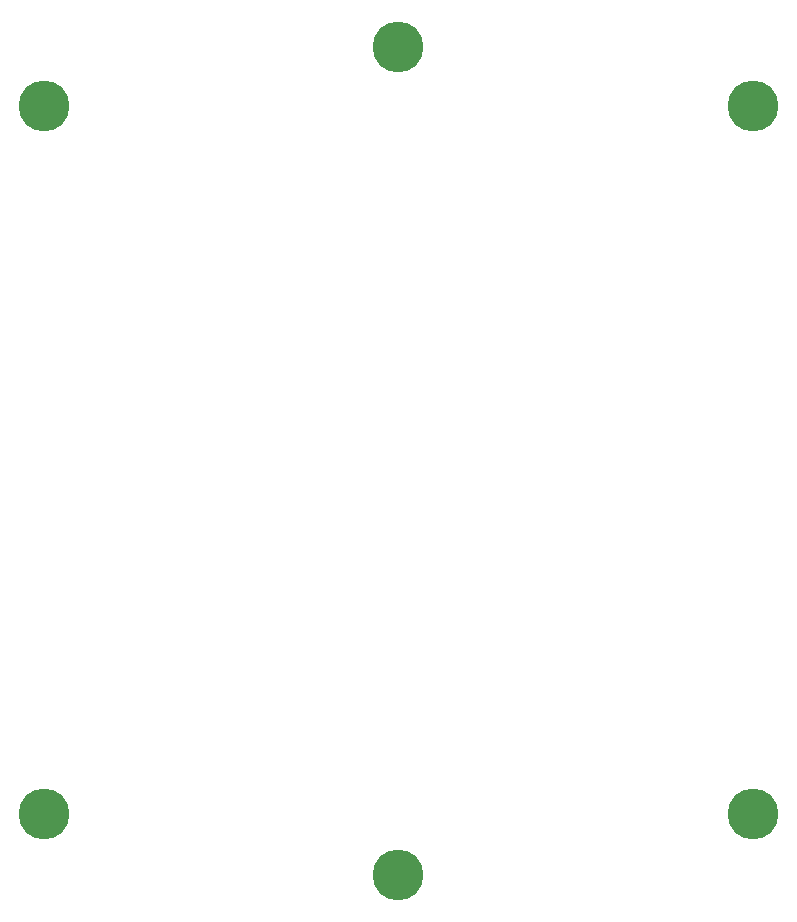
<source format=gbr>
%TF.GenerationSoftware,KiCad,Pcbnew,6.0.7*%
%TF.CreationDate,2023-06-12T17:52:21+12:00*%
%TF.ProjectId,panel,70616e65-6c2e-46b6-9963-61645f706362,rev?*%
%TF.SameCoordinates,Original*%
%TF.FileFunction,Soldermask,Bot*%
%TF.FilePolarity,Negative*%
%FSLAX46Y46*%
G04 Gerber Fmt 4.6, Leading zero omitted, Abs format (unit mm)*
G04 Created by KiCad (PCBNEW 6.0.7) date 2023-06-12 17:52:21*
%MOMM*%
%LPD*%
G01*
G04 APERTURE LIST*
%ADD10C,4.300000*%
G04 APERTURE END LIST*
D10*
%TO.C,REF\u002A\u002A*%
X99900000Y-135100000D03*
%TD*%
%TO.C,REF\u002A\u002A*%
X70000000Y-130000000D03*
%TD*%
%TO.C,REF\u002A\u002A*%
X130000000Y-70000000D03*
%TD*%
%TO.C,REF\u002A\u002A*%
X99950000Y-65050000D03*
%TD*%
%TO.C,REF\u002A\u002A*%
X70000000Y-70000000D03*
%TD*%
%TO.C,REF\u002A\u002A*%
X130000000Y-130000000D03*
%TD*%
M02*

</source>
